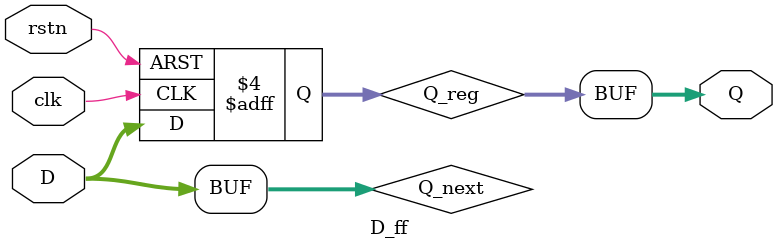
<source format=v>
module D_ff #(parameter BITS = 4) (
    input clk, rstn,
    input [BITS - 1 : 0] D,
    output [BITS - 1 : 0] Q
);
    reg [BITS - 1 : 0] Q_next, Q_reg;

    always @(*) begin
        Q_next = D;
    end
 
    always @(posedge clk, negedge rstn) begin
        if (!rstn) 
            Q_reg <= 0;
        else
            Q_reg <= Q_next;
    end

    assign Q = Q_reg;
endmodule
</source>
